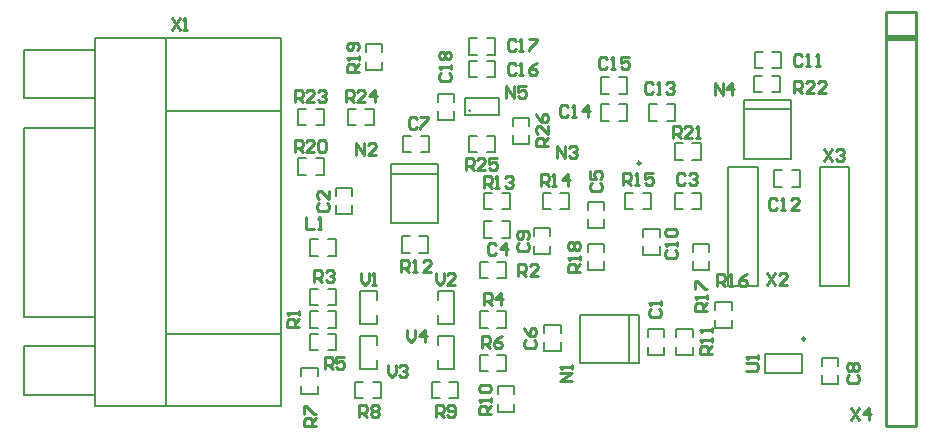
<source format=gbr>
G04 Layer_Color=65535*
%FSLAX43Y43*%
%MOMM*%
%TF.FileFunction,Legend,Top*%
%TF.Part,Single*%
G01*
G75*
%TA.AperFunction,NonConductor*%
%ADD40C,0.250*%
%ADD41C,0.200*%
%ADD42C,0.203*%
%ADD43C,0.254*%
D40*
X54530Y8019D02*
G03*
X54530Y8019I-125J0D01*
G01*
X40587Y22885D02*
G03*
X40587Y22885I-125J0D01*
G01*
D41*
X26207Y27339D02*
G03*
X26207Y27339I-79J0D01*
G01*
X42610Y8147D02*
Y8847D01*
X41210D02*
X42610D01*
X41210Y8147D02*
Y8847D01*
Y6647D02*
Y7347D01*
Y6647D02*
X42610D01*
Y7347D01*
X43623Y6647D02*
Y7347D01*
Y6647D02*
X45023D01*
Y7347D01*
Y8147D02*
Y8847D01*
X43623D02*
X45023D01*
X43623Y8147D02*
Y8847D01*
X51155Y5169D02*
Y6769D01*
X54255Y5169D02*
Y6769D01*
X51155Y5169D02*
X54255D01*
X51155Y6769D02*
X54255D01*
X57342Y5734D02*
Y6434D01*
X55942D02*
X57342D01*
X55942Y5734D02*
Y6434D01*
Y4234D02*
Y4934D01*
Y4234D02*
X57342D01*
Y4934D01*
X55773Y12466D02*
X58273D01*
Y22566D01*
X55773D02*
X58273D01*
X55773Y12466D02*
Y22566D01*
X44977Y23176D02*
X45677D01*
Y24576D01*
X44977D02*
X45677D01*
X43477D02*
X44177D01*
X43477Y23176D02*
Y24576D01*
Y23176D02*
X44177D01*
X43477Y20385D02*
X44177D01*
X43477Y18985D02*
Y20385D01*
Y18985D02*
X44177D01*
X44977D02*
X45677D01*
Y20385D01*
X44977D02*
X45677D01*
X20490Y25211D02*
X21190D01*
X20490Y23811D02*
Y25211D01*
Y23811D02*
X21190D01*
X21990D02*
X22690D01*
Y25211D01*
X21990D02*
X22690D01*
X28848Y18985D02*
X29548D01*
Y20385D01*
X28848D02*
X29548D01*
X27348D02*
X28048D01*
X27348Y18985D02*
Y20385D01*
Y18985D02*
X28048D01*
X18253Y11268D02*
Y12068D01*
X16853D02*
X18253D01*
X16853Y9268D02*
Y12068D01*
Y9268D02*
X18253D01*
Y10068D01*
X23403Y9268D02*
Y10068D01*
Y9268D02*
X24803D01*
Y12068D01*
X23403D02*
X24803D01*
X23403Y11268D02*
Y12068D01*
X28467Y8952D02*
X29167D01*
Y10352D01*
X28467D02*
X29167D01*
X26967D02*
X27667D01*
X26967Y8952D02*
Y10352D01*
Y8952D02*
X27667D01*
X13100Y21906D02*
X13800D01*
Y23306D01*
X13100D02*
X13800D01*
X11600D02*
X12300D01*
X11600Y21906D02*
Y23306D01*
Y21906D02*
X12300D01*
X17291Y26097D02*
X17991D01*
Y27497D01*
X17291D02*
X17991D01*
X15791D02*
X16491D01*
X15791Y26097D02*
Y27497D01*
Y26097D02*
X16491D01*
X11600Y27497D02*
X12300D01*
X11600Y26097D02*
Y27497D01*
Y26097D02*
X12300D01*
X13100D02*
X13800D01*
Y27497D01*
X13100D02*
X13800D01*
X26967Y14543D02*
X27667D01*
X26967Y13143D02*
Y14543D01*
Y13143D02*
X27667D01*
X28467D02*
X29167D01*
Y14543D01*
X28467D02*
X29167D01*
X21863Y15302D02*
X22563D01*
Y16702D01*
X21863D02*
X22563D01*
X20363D02*
X21063D01*
X20363Y15302D02*
Y16702D01*
Y15302D02*
X21063D01*
X14116Y8952D02*
X14816D01*
Y10352D01*
X14116D02*
X14816D01*
X12616D02*
X13316D01*
X12616Y8952D02*
Y10352D01*
Y8952D02*
X13316D01*
X29910Y3321D02*
Y4021D01*
X28510D02*
X29910D01*
X28510Y3321D02*
Y4021D01*
Y1821D02*
Y2521D01*
Y1821D02*
X29910D01*
Y2521D01*
X13273Y4845D02*
Y5545D01*
X11873D02*
X13273D01*
X11873Y4845D02*
Y5545D01*
Y3345D02*
Y4045D01*
Y3345D02*
X13273D01*
Y4045D01*
X24403Y2983D02*
X25103D01*
Y4383D01*
X24403D02*
X25103D01*
X22903D02*
X23603D01*
X22903Y2983D02*
Y4383D01*
Y2983D02*
X23603D01*
X16426Y4383D02*
X17126D01*
X16426Y2983D02*
Y4383D01*
Y2983D02*
X17126D01*
X17926D02*
X18626D01*
Y4383D01*
X17926D02*
X18626D01*
X28467Y5269D02*
X29167D01*
Y6669D01*
X28467D02*
X29167D01*
X26967D02*
X27667D01*
X26967Y5269D02*
Y6669D01*
Y5269D02*
X27667D01*
X14116Y10857D02*
X14816D01*
Y12257D01*
X14116D02*
X14816D01*
X12616D02*
X13316D01*
X12616Y10857D02*
Y12257D01*
Y10857D02*
X13316D01*
X14116Y7047D02*
X14816D01*
Y8447D01*
X14116D02*
X14816D01*
X12616D02*
X13316D01*
X12616Y7047D02*
Y8447D01*
Y7047D02*
X13316D01*
X23403Y5458D02*
Y6258D01*
Y5458D02*
X24803D01*
Y8258D01*
X23403D02*
X24803D01*
X23403Y7458D02*
Y8258D01*
X18253Y7458D02*
Y8258D01*
X16853D02*
X18253D01*
X16853Y5458D02*
Y8258D01*
Y5458D02*
X18253D01*
Y6258D01*
X18734Y32277D02*
Y32977D01*
X17334D02*
X18734D01*
X17334Y32277D02*
Y32977D01*
Y30777D02*
Y31477D01*
Y30777D02*
X18734D01*
Y31477D01*
X25741Y26964D02*
Y28414D01*
Y26964D02*
X28628D01*
Y28414D01*
X25741D02*
X28628D01*
X23430Y26586D02*
Y27286D01*
Y26586D02*
X24830D01*
Y27286D01*
Y28086D02*
Y28786D01*
X23430D02*
X24830D01*
X23430Y28086D02*
Y28786D01*
X26078Y33466D02*
X26778D01*
X26078Y32066D02*
Y33466D01*
Y32066D02*
X26778D01*
X27578D02*
X28278D01*
Y33466D01*
X27578D02*
X28278D01*
X27578Y30161D02*
X28278D01*
Y31561D01*
X27578D02*
X28278D01*
X26078D02*
X26778D01*
X26078Y30161D02*
Y31561D01*
Y30161D02*
X26778D01*
X29780Y24554D02*
Y25254D01*
Y24554D02*
X31180D01*
Y25254D01*
Y26054D02*
Y26754D01*
X29780D02*
X31180D01*
X29780Y26054D02*
Y26754D01*
X26078Y25211D02*
X26778D01*
X26078Y23811D02*
Y25211D01*
Y23811D02*
X26778D01*
X27578D02*
X28278D01*
Y25211D01*
X27578D02*
X28278D01*
X50251Y32323D02*
X50951D01*
X50251Y30923D02*
Y32323D01*
Y30923D02*
X50951D01*
X51751D02*
X52451D01*
Y32323D01*
X51751D02*
X52451D01*
X51708Y28891D02*
X52408D01*
Y30291D01*
X51708D02*
X52408D01*
X50208D02*
X50908D01*
X50208Y28891D02*
Y30291D01*
Y28891D02*
X50908D01*
X51901Y22279D02*
X52601D01*
X51901Y20879D02*
Y22279D01*
Y20879D02*
X52601D01*
X53401D02*
X54101D01*
Y22279D01*
X53401D02*
X54101D01*
X49308Y27456D02*
X53308D01*
X49308Y28256D02*
X53308D01*
X49308Y23256D02*
Y28256D01*
Y23256D02*
X53308D01*
Y28256D01*
X48026Y12466D02*
X50526D01*
Y22566D01*
X48026D02*
X50526D01*
X48026Y12466D02*
Y22566D01*
X37254Y30164D02*
X37954D01*
X37254Y28764D02*
Y30164D01*
Y28764D02*
X37954D01*
X38754D02*
X39454D01*
Y30164D01*
X38754D02*
X39454D01*
X37254Y27878D02*
X37954D01*
X37254Y26478D02*
Y27878D01*
Y26478D02*
X37954D01*
X38754D02*
X39454D01*
Y27878D01*
X38754D02*
X39454D01*
X33847Y8528D02*
Y9228D01*
X32447D02*
X33847D01*
X32447Y8528D02*
Y9228D01*
Y7028D02*
Y7728D01*
Y7028D02*
X33847D01*
Y7728D01*
X39648Y6001D02*
Y10001D01*
X40448Y6001D02*
Y10001D01*
X35448D02*
X40448D01*
X35448Y6001D02*
Y10001D01*
Y6001D02*
X40448D01*
X46420Y15386D02*
Y16086D01*
X45020D02*
X46420D01*
X45020Y15386D02*
Y16086D01*
Y13886D02*
Y14586D01*
Y13886D02*
X46420D01*
Y14586D01*
X37530Y18942D02*
Y19642D01*
X36130D02*
X37530D01*
X36130Y18942D02*
Y19642D01*
Y17442D02*
Y18142D01*
Y17442D02*
X37530D01*
Y18142D01*
X33801Y18985D02*
X34501D01*
Y20385D01*
X33801D02*
X34501D01*
X32301D02*
X33001D01*
X32301Y18985D02*
Y20385D01*
Y18985D02*
X33001D01*
X40786D02*
X41486D01*
Y20385D01*
X40786D02*
X41486D01*
X39286D02*
X39986D01*
X39286Y18985D02*
Y20385D01*
Y18985D02*
X39986D01*
X37530Y15386D02*
Y16086D01*
X36130D02*
X37530D01*
X36130Y15386D02*
Y16086D01*
Y13886D02*
Y14586D01*
Y13886D02*
X37530D01*
Y14586D01*
X40829Y15156D02*
Y15856D01*
Y15156D02*
X42229D01*
Y15856D01*
Y16656D02*
Y17356D01*
X40829D02*
X42229D01*
X40829Y16656D02*
Y17356D01*
X32958Y16699D02*
Y17399D01*
X31558D02*
X32958D01*
X31558Y16699D02*
Y17399D01*
Y15199D02*
Y15899D01*
Y15199D02*
X32958D01*
Y15899D01*
X28848Y16572D02*
X29548D01*
Y17972D01*
X28848D02*
X29548D01*
X27348D02*
X28048D01*
X27348Y16572D02*
Y17972D01*
Y16572D02*
X28048D01*
X19463Y21995D02*
X23463D01*
X19463Y22795D02*
X23463D01*
X19463Y17795D02*
Y22795D01*
Y17795D02*
X23463D01*
Y22795D01*
X16194Y20119D02*
Y20819D01*
X14794D02*
X16194D01*
X14794Y20119D02*
Y20819D01*
Y18619D02*
Y19319D01*
Y18619D02*
X16194D01*
Y19319D01*
X46925Y8933D02*
Y9633D01*
Y8933D02*
X48325D01*
Y9633D01*
Y10433D02*
Y11133D01*
X46925D02*
X48325D01*
X46925Y10433D02*
Y11133D01*
X12616Y16448D02*
X13316D01*
X12616Y15048D02*
Y16448D01*
Y15048D02*
X13316D01*
X14116D02*
X14816D01*
Y16448D01*
X14116D02*
X14816D01*
X42818Y26478D02*
X43518D01*
Y27878D01*
X42818D02*
X43518D01*
X41318D02*
X42018D01*
X41318Y26478D02*
Y27878D01*
Y26478D02*
X42018D01*
D42*
X418Y8447D02*
X10179D01*
X418Y27340D02*
X10179D01*
X418Y2336D02*
Y33451D01*
X-11647Y28371D02*
X-5615D01*
X-11647D02*
Y32499D01*
X-5615D01*
X-11647Y3289D02*
X-5615D01*
X-11647D02*
Y7416D01*
X-5615D01*
X-11647Y9877D02*
X-5615D01*
X-11647D02*
Y25910D01*
X-5615D01*
Y33451D02*
X10179D01*
X-5615Y2336D02*
Y33451D01*
Y2336D02*
X10179D01*
Y33451D01*
D43*
X61341Y35687D02*
X63881D01*
Y635D02*
Y35687D01*
X61341Y635D02*
Y35687D01*
Y635D02*
X63881D01*
X61341Y33655D02*
X63881D01*
X61341Y33401D02*
X63881D01*
X58420Y2143D02*
X59086Y1143D01*
Y2143D02*
X58420Y1143D01*
X59920D02*
Y2143D01*
X59420Y1643D01*
X60086D01*
X56134Y24114D02*
X56800Y23114D01*
Y24114D02*
X56134Y23114D01*
X57134Y23947D02*
X57300Y24114D01*
X57634D01*
X57800Y23947D01*
Y23780D01*
X57634Y23614D01*
X57467D01*
X57634D01*
X57800Y23447D01*
Y23281D01*
X57634Y23114D01*
X57300D01*
X57134Y23281D01*
X51308Y13573D02*
X51974Y12573D01*
Y13573D02*
X51308Y12573D01*
X52974D02*
X52308D01*
X52974Y13239D01*
Y13406D01*
X52808Y13573D01*
X52474D01*
X52308Y13406D01*
X889Y35163D02*
X1555Y34163D01*
Y35163D02*
X889Y34163D01*
X1889D02*
X2222D01*
X2055D01*
Y35163D01*
X1889Y34996D01*
X20828Y8747D02*
Y8080D01*
X21161Y7747D01*
X21494Y8080D01*
Y8747D01*
X22328Y7747D02*
Y8747D01*
X21828Y8247D01*
X22494D01*
X19177Y5826D02*
Y5159D01*
X19510Y4826D01*
X19843Y5159D01*
Y5826D01*
X20177Y5659D02*
X20343Y5826D01*
X20677D01*
X20843Y5659D01*
Y5492D01*
X20677Y5326D01*
X20510D01*
X20677D01*
X20843Y5159D01*
Y4993D01*
X20677Y4826D01*
X20343D01*
X20177Y4993D01*
X23241Y13573D02*
Y12906D01*
X23574Y12573D01*
X23907Y12906D01*
Y13573D01*
X24907Y12573D02*
X24241D01*
X24907Y13239D01*
Y13406D01*
X24741Y13573D01*
X24407D01*
X24241Y13406D01*
X16891Y13573D02*
Y12906D01*
X17224Y12573D01*
X17557Y12906D01*
Y13573D01*
X17891Y12573D02*
X18224D01*
X18057D01*
Y13573D01*
X17891Y13406D01*
X49546Y5334D02*
X50379D01*
X50546Y5501D01*
Y5834D01*
X50379Y6000D01*
X49546D01*
X50546Y6334D02*
Y6667D01*
Y6500D01*
X49546D01*
X49713Y6334D01*
X32766Y24384D02*
X31766D01*
Y24884D01*
X31933Y25050D01*
X32266D01*
X32433Y24884D01*
Y24384D01*
Y24717D02*
X32766Y25050D01*
Y26050D02*
Y25384D01*
X32100Y26050D01*
X31933D01*
X31766Y25884D01*
Y25550D01*
X31933Y25384D01*
X31766Y27050D02*
X31933Y26717D01*
X32266Y26383D01*
X32599D01*
X32766Y26550D01*
Y26883D01*
X32599Y27050D01*
X32433D01*
X32266Y26883D01*
Y26383D01*
X25781Y22352D02*
Y23352D01*
X26281D01*
X26447Y23185D01*
Y22852D01*
X26281Y22685D01*
X25781D01*
X26114D02*
X26447Y22352D01*
X27447D02*
X26781D01*
X27447Y23018D01*
Y23185D01*
X27281Y23352D01*
X26947D01*
X26781Y23185D01*
X28447Y23352D02*
X27780D01*
Y22852D01*
X28114Y23018D01*
X28280D01*
X28447Y22852D01*
Y22519D01*
X28280Y22352D01*
X27947D01*
X27780Y22519D01*
X15621Y28067D02*
Y29067D01*
X16121D01*
X16287Y28900D01*
Y28567D01*
X16121Y28400D01*
X15621D01*
X15954D02*
X16287Y28067D01*
X17287D02*
X16621D01*
X17287Y28733D01*
Y28900D01*
X17121Y29067D01*
X16787D01*
X16621Y28900D01*
X18120Y28067D02*
Y29067D01*
X17620Y28567D01*
X18287D01*
X11303Y28067D02*
Y29067D01*
X11803D01*
X11969Y28900D01*
Y28567D01*
X11803Y28400D01*
X11303D01*
X11636D02*
X11969Y28067D01*
X12969D02*
X12303D01*
X12969Y28733D01*
Y28900D01*
X12803Y29067D01*
X12469D01*
X12303Y28900D01*
X13302D02*
X13469Y29067D01*
X13802D01*
X13969Y28900D01*
Y28733D01*
X13802Y28567D01*
X13636D01*
X13802D01*
X13969Y28400D01*
Y28234D01*
X13802Y28067D01*
X13469D01*
X13302Y28234D01*
X53594Y28829D02*
Y29829D01*
X54094D01*
X54260Y29662D01*
Y29329D01*
X54094Y29162D01*
X53594D01*
X53927D02*
X54260Y28829D01*
X55260D02*
X54594D01*
X55260Y29495D01*
Y29662D01*
X55094Y29829D01*
X54760D01*
X54594Y29662D01*
X56260Y28829D02*
X55593D01*
X56260Y29495D01*
Y29662D01*
X56093Y29829D01*
X55760D01*
X55593Y29662D01*
X43307Y25019D02*
Y26019D01*
X43807D01*
X43973Y25852D01*
Y25519D01*
X43807Y25352D01*
X43307D01*
X43640D02*
X43973Y25019D01*
X44973D02*
X44307D01*
X44973Y25685D01*
Y25852D01*
X44807Y26019D01*
X44473D01*
X44307Y25852D01*
X45306Y25019D02*
X45640D01*
X45473D01*
Y26019D01*
X45306Y25852D01*
X11303Y23876D02*
Y24876D01*
X11803D01*
X11969Y24709D01*
Y24376D01*
X11803Y24209D01*
X11303D01*
X11636D02*
X11969Y23876D01*
X12969D02*
X12303D01*
X12969Y24542D01*
Y24709D01*
X12803Y24876D01*
X12469D01*
X12303Y24709D01*
X13302D02*
X13469Y24876D01*
X13802D01*
X13969Y24709D01*
Y24043D01*
X13802Y23876D01*
X13469D01*
X13302Y24043D01*
Y24709D01*
X16764Y30607D02*
X15764D01*
Y31107D01*
X15931Y31273D01*
X16264D01*
X16431Y31107D01*
Y30607D01*
Y30940D02*
X16764Y31273D01*
Y31607D02*
Y31940D01*
Y31773D01*
X15764D01*
X15931Y31607D01*
X16597Y32440D02*
X16764Y32606D01*
Y32940D01*
X16597Y33106D01*
X15931D01*
X15764Y32940D01*
Y32606D01*
X15931Y32440D01*
X16098D01*
X16264Y32606D01*
Y33106D01*
X35433Y13716D02*
X34433D01*
Y14216D01*
X34600Y14382D01*
X34933D01*
X35100Y14216D01*
Y13716D01*
Y14049D02*
X35433Y14382D01*
Y14716D02*
Y15049D01*
Y14882D01*
X34433D01*
X34600Y14716D01*
Y15549D02*
X34433Y15715D01*
Y16049D01*
X34600Y16215D01*
X34767D01*
X34933Y16049D01*
X35100Y16215D01*
X35266D01*
X35433Y16049D01*
Y15715D01*
X35266Y15549D01*
X35100D01*
X34933Y15715D01*
X34767Y15549D01*
X34600D01*
X34933Y15715D02*
Y16049D01*
X46228Y10414D02*
X45228D01*
Y10914D01*
X45395Y11080D01*
X45728D01*
X45895Y10914D01*
Y10414D01*
Y10747D02*
X46228Y11080D01*
Y11414D02*
Y11747D01*
Y11580D01*
X45228D01*
X45395Y11414D01*
X45228Y12247D02*
Y12913D01*
X45395D01*
X46061Y12247D01*
X46228D01*
X47066Y12522D02*
Y13522D01*
X47566D01*
X47733Y13355D01*
Y13022D01*
X47566Y12855D01*
X47066D01*
X47399D02*
X47733Y12522D01*
X48066D02*
X48399D01*
X48232D01*
Y13522D01*
X48066Y13355D01*
X49565Y13522D02*
X49232Y13355D01*
X48899Y13022D01*
Y12689D01*
X49066Y12522D01*
X49399D01*
X49565Y12689D01*
Y12855D01*
X49399Y13022D01*
X48899D01*
X39116Y21082D02*
Y22082D01*
X39616D01*
X39782Y21915D01*
Y21582D01*
X39616Y21415D01*
X39116D01*
X39449D02*
X39782Y21082D01*
X40116D02*
X40449D01*
X40282D01*
Y22082D01*
X40116Y21915D01*
X41615Y22082D02*
X40949D01*
Y21582D01*
X41282Y21748D01*
X41449D01*
X41615Y21582D01*
Y21249D01*
X41449Y21082D01*
X41115D01*
X40949Y21249D01*
X32131Y20955D02*
Y21955D01*
X32631D01*
X32797Y21788D01*
Y21455D01*
X32631Y21288D01*
X32131D01*
X32464D02*
X32797Y20955D01*
X33131D02*
X33464D01*
X33297D01*
Y21955D01*
X33131Y21788D01*
X34464Y20955D02*
Y21955D01*
X33964Y21455D01*
X34630D01*
X27305Y20828D02*
Y21828D01*
X27805D01*
X27971Y21661D01*
Y21328D01*
X27805Y21161D01*
X27305D01*
X27638D02*
X27971Y20828D01*
X28305D02*
X28638D01*
X28471D01*
Y21828D01*
X28305Y21661D01*
X29138D02*
X29304Y21828D01*
X29638D01*
X29804Y21661D01*
Y21494D01*
X29638Y21328D01*
X29471D01*
X29638D01*
X29804Y21161D01*
Y20995D01*
X29638Y20828D01*
X29304D01*
X29138Y20995D01*
X20320Y13716D02*
Y14716D01*
X20820D01*
X20986Y14549D01*
Y14216D01*
X20820Y14049D01*
X20320D01*
X20653D02*
X20986Y13716D01*
X21320D02*
X21653D01*
X21486D01*
Y14716D01*
X21320Y14549D01*
X22819Y13716D02*
X22153D01*
X22819Y14382D01*
Y14549D01*
X22653Y14716D01*
X22319D01*
X22153Y14549D01*
X46609Y6731D02*
X45609D01*
Y7231D01*
X45776Y7397D01*
X46109D01*
X46276Y7231D01*
Y6731D01*
Y7064D02*
X46609Y7397D01*
Y7731D02*
Y8064D01*
Y7897D01*
X45609D01*
X45776Y7731D01*
X46609Y8564D02*
Y8897D01*
Y8730D01*
X45609D01*
X45776Y8564D01*
X27940Y1651D02*
X26940D01*
Y2151D01*
X27107Y2317D01*
X27440D01*
X27607Y2151D01*
Y1651D01*
Y1984D02*
X27940Y2317D01*
Y2651D02*
Y2984D01*
Y2817D01*
X26940D01*
X27107Y2651D01*
Y3484D02*
X26940Y3650D01*
Y3984D01*
X27107Y4150D01*
X27773D01*
X27940Y3984D01*
Y3650D01*
X27773Y3484D01*
X27107D01*
X23241Y1397D02*
Y2397D01*
X23741D01*
X23907Y2230D01*
Y1897D01*
X23741Y1730D01*
X23241D01*
X23574D02*
X23907Y1397D01*
X24241Y1564D02*
X24407Y1397D01*
X24741D01*
X24907Y1564D01*
Y2230D01*
X24741Y2397D01*
X24407D01*
X24241Y2230D01*
Y2063D01*
X24407Y1897D01*
X24907D01*
X16764Y1397D02*
Y2397D01*
X17264D01*
X17430Y2230D01*
Y1897D01*
X17264Y1730D01*
X16764D01*
X17097D02*
X17430Y1397D01*
X17764Y2230D02*
X17930Y2397D01*
X18264D01*
X18430Y2230D01*
Y2063D01*
X18264Y1897D01*
X18430Y1730D01*
Y1564D01*
X18264Y1397D01*
X17930D01*
X17764Y1564D01*
Y1730D01*
X17930Y1897D01*
X17764Y2063D01*
Y2230D01*
X17930Y1897D02*
X18264D01*
X13081Y635D02*
X12081D01*
Y1135D01*
X12248Y1301D01*
X12581D01*
X12748Y1135D01*
Y635D01*
Y968D02*
X13081Y1301D01*
X12081Y1635D02*
Y2301D01*
X12248D01*
X12914Y1635D01*
X13081D01*
X27178Y7239D02*
Y8239D01*
X27678D01*
X27844Y8072D01*
Y7739D01*
X27678Y7572D01*
X27178D01*
X27511D02*
X27844Y7239D01*
X28844Y8239D02*
X28511Y8072D01*
X28178Y7739D01*
Y7406D01*
X28344Y7239D01*
X28678D01*
X28844Y7406D01*
Y7572D01*
X28678Y7739D01*
X28178D01*
X13843Y5461D02*
Y6461D01*
X14343D01*
X14509Y6294D01*
Y5961D01*
X14343Y5794D01*
X13843D01*
X14176D02*
X14509Y5461D01*
X15509Y6461D02*
X14843D01*
Y5961D01*
X15176Y6127D01*
X15343D01*
X15509Y5961D01*
Y5628D01*
X15343Y5461D01*
X15009D01*
X14843Y5628D01*
X27305Y10922D02*
Y11922D01*
X27805D01*
X27971Y11755D01*
Y11422D01*
X27805Y11255D01*
X27305D01*
X27638D02*
X27971Y10922D01*
X28805D02*
Y11922D01*
X28305Y11422D01*
X28971D01*
X12954Y12827D02*
Y13827D01*
X13454D01*
X13620Y13660D01*
Y13327D01*
X13454Y13160D01*
X12954D01*
X13287D02*
X13620Y12827D01*
X13954Y13660D02*
X14120Y13827D01*
X14454D01*
X14620Y13660D01*
Y13493D01*
X14454Y13327D01*
X14287D01*
X14454D01*
X14620Y13160D01*
Y12994D01*
X14454Y12827D01*
X14120D01*
X13954Y12994D01*
X30226Y13335D02*
Y14335D01*
X30726D01*
X30892Y14168D01*
Y13835D01*
X30726Y13668D01*
X30226D01*
X30559D02*
X30892Y13335D01*
X31892D02*
X31226D01*
X31892Y14001D01*
Y14168D01*
X31726Y14335D01*
X31392D01*
X31226Y14168D01*
X11684Y9017D02*
X10684D01*
Y9517D01*
X10851Y9683D01*
X11184D01*
X11351Y9517D01*
Y9017D01*
Y9350D02*
X11684Y9683D01*
Y10017D02*
Y10350D01*
Y10183D01*
X10684D01*
X10851Y10017D01*
X29210Y28448D02*
Y29448D01*
X29876Y28448D01*
Y29448D01*
X30876D02*
X30210D01*
Y28948D01*
X30543Y29114D01*
X30710D01*
X30876Y28948D01*
Y28615D01*
X30710Y28448D01*
X30376D01*
X30210Y28615D01*
X46863Y28702D02*
Y29702D01*
X47529Y28702D01*
Y29702D01*
X48363Y28702D02*
Y29702D01*
X47863Y29202D01*
X48529D01*
X33528Y23368D02*
Y24368D01*
X34194Y23368D01*
Y24368D01*
X34528Y24201D02*
X34694Y24368D01*
X35028D01*
X35194Y24201D01*
Y24034D01*
X35028Y23868D01*
X34861D01*
X35028D01*
X35194Y23701D01*
Y23535D01*
X35028Y23368D01*
X34694D01*
X34528Y23535D01*
X16510Y23622D02*
Y24622D01*
X17176Y23622D01*
Y24622D01*
X18176Y23622D02*
X17510D01*
X18176Y24288D01*
Y24455D01*
X18010Y24622D01*
X17676D01*
X17510Y24455D01*
X34798Y4445D02*
X33798D01*
X34798Y5111D01*
X33798D01*
X34798Y5445D02*
Y5778D01*
Y5611D01*
X33798D01*
X33965Y5445D01*
X12243Y18322D02*
Y17323D01*
X12909D01*
X13242D02*
X13576D01*
X13409D01*
Y18322D01*
X13242Y18156D01*
X23678Y30511D02*
X23511Y30345D01*
Y30012D01*
X23678Y29845D01*
X24344D01*
X24511Y30012D01*
Y30345D01*
X24344Y30511D01*
X24511Y30845D02*
Y31178D01*
Y31011D01*
X23511D01*
X23678Y30845D01*
Y31678D02*
X23511Y31844D01*
Y32178D01*
X23678Y32344D01*
X23845D01*
X24011Y32178D01*
X24178Y32344D01*
X24344D01*
X24511Y32178D01*
Y31844D01*
X24344Y31678D01*
X24178D01*
X24011Y31844D01*
X23845Y31678D01*
X23678D01*
X24011Y31844D02*
Y32178D01*
X30003Y33218D02*
X29837Y33385D01*
X29504D01*
X29337Y33218D01*
Y32552D01*
X29504Y32385D01*
X29837D01*
X30003Y32552D01*
X30337Y32385D02*
X30670D01*
X30503D01*
Y33385D01*
X30337Y33218D01*
X31170Y33385D02*
X31836D01*
Y33218D01*
X31170Y32552D01*
Y32385D01*
X30003Y31186D02*
X29837Y31353D01*
X29504D01*
X29337Y31186D01*
Y30520D01*
X29504Y30353D01*
X29837D01*
X30003Y30520D01*
X30337Y30353D02*
X30670D01*
X30503D01*
Y31353D01*
X30337Y31186D01*
X31836Y31353D02*
X31503Y31186D01*
X31170Y30853D01*
Y30520D01*
X31336Y30353D01*
X31670D01*
X31836Y30520D01*
Y30686D01*
X31670Y30853D01*
X31170D01*
X37750Y31694D02*
X37584Y31861D01*
X37251D01*
X37084Y31694D01*
Y31028D01*
X37251Y30861D01*
X37584D01*
X37750Y31028D01*
X38084Y30861D02*
X38417D01*
X38250D01*
Y31861D01*
X38084Y31694D01*
X39583Y31861D02*
X38917D01*
Y31361D01*
X39250Y31527D01*
X39417D01*
X39583Y31361D01*
Y31028D01*
X39417Y30861D01*
X39083D01*
X38917Y31028D01*
X34448Y27630D02*
X34282Y27797D01*
X33949D01*
X33782Y27630D01*
Y26964D01*
X33949Y26797D01*
X34282D01*
X34448Y26964D01*
X34782Y26797D02*
X35115D01*
X34948D01*
Y27797D01*
X34782Y27630D01*
X36115Y26797D02*
Y27797D01*
X35615Y27297D01*
X36281D01*
X41611Y29586D02*
X41445Y29752D01*
X41111D01*
X40945Y29586D01*
Y28919D01*
X41111Y28753D01*
X41445D01*
X41611Y28919D01*
X41944Y28753D02*
X42278D01*
X42111D01*
Y29752D01*
X41944Y29586D01*
X42778D02*
X42944Y29752D01*
X43277D01*
X43444Y29586D01*
Y29419D01*
X43277Y29253D01*
X43111D01*
X43277D01*
X43444Y29086D01*
Y28919D01*
X43277Y28753D01*
X42944D01*
X42778Y28919D01*
X52143Y19745D02*
X51977Y19911D01*
X51643D01*
X51477Y19745D01*
Y19078D01*
X51643Y18912D01*
X51977D01*
X52143Y19078D01*
X52477Y18912D02*
X52810D01*
X52643D01*
Y19911D01*
X52477Y19745D01*
X53976Y18912D02*
X53310D01*
X53976Y19578D01*
Y19745D01*
X53809Y19911D01*
X53476D01*
X53310Y19745D01*
X54260Y31948D02*
X54094Y32115D01*
X53761D01*
X53594Y31948D01*
Y31282D01*
X53761Y31115D01*
X54094D01*
X54260Y31282D01*
X54594Y31115D02*
X54927D01*
X54760D01*
Y32115D01*
X54594Y31948D01*
X55427Y31115D02*
X55760D01*
X55593D01*
Y32115D01*
X55427Y31948D01*
X42855Y15525D02*
X42688Y15359D01*
Y15026D01*
X42855Y14859D01*
X43521D01*
X43688Y15026D01*
Y15359D01*
X43521Y15525D01*
X43688Y15859D02*
Y16192D01*
Y16025D01*
X42688D01*
X42855Y15859D01*
Y16692D02*
X42688Y16858D01*
Y17192D01*
X42855Y17358D01*
X43521D01*
X43688Y17192D01*
Y16858D01*
X43521Y16692D01*
X42855D01*
X30282Y16160D02*
X30115Y15994D01*
Y15661D01*
X30282Y15494D01*
X30948D01*
X31115Y15661D01*
Y15994D01*
X30948Y16160D01*
Y16494D02*
X31115Y16660D01*
Y16994D01*
X30948Y17160D01*
X30282D01*
X30115Y16994D01*
Y16660D01*
X30282Y16494D01*
X30449D01*
X30615Y16660D01*
Y17160D01*
X58222Y4984D02*
X58055Y4818D01*
Y4485D01*
X58222Y4318D01*
X58888D01*
X59055Y4485D01*
Y4818D01*
X58888Y4984D01*
X58222Y5318D02*
X58055Y5484D01*
Y5818D01*
X58222Y5984D01*
X58389D01*
X58555Y5818D01*
X58722Y5984D01*
X58888D01*
X59055Y5818D01*
Y5484D01*
X58888Y5318D01*
X58722D01*
X58555Y5484D01*
X58389Y5318D01*
X58222D01*
X58555Y5484D02*
Y5818D01*
X21621Y26614D02*
X21455Y26781D01*
X21122D01*
X20955Y26614D01*
Y25948D01*
X21122Y25781D01*
X21455D01*
X21621Y25948D01*
X21955Y26781D02*
X22621D01*
Y26614D01*
X21955Y25948D01*
Y25781D01*
X30917Y7905D02*
X30750Y7739D01*
Y7406D01*
X30917Y7239D01*
X31583D01*
X31750Y7406D01*
Y7739D01*
X31583Y7905D01*
X30750Y8905D02*
X30917Y8572D01*
X31250Y8239D01*
X31583D01*
X31750Y8405D01*
Y8739D01*
X31583Y8905D01*
X31417D01*
X31250Y8739D01*
Y8239D01*
X36505Y21240D02*
X36338Y21074D01*
Y20741D01*
X36505Y20574D01*
X37171D01*
X37338Y20741D01*
Y21074D01*
X37171Y21240D01*
X36338Y22240D02*
Y21574D01*
X36838D01*
X36672Y21907D01*
Y22074D01*
X36838Y22240D01*
X37171D01*
X37338Y22074D01*
Y21740D01*
X37171Y21574D01*
X28352Y15946D02*
X28186Y16113D01*
X27853D01*
X27686Y15946D01*
Y15280D01*
X27853Y15113D01*
X28186D01*
X28352Y15280D01*
X29186Y15113D02*
Y16113D01*
X28686Y15613D01*
X29352D01*
X44354Y21915D02*
X44188Y22082D01*
X43855D01*
X43688Y21915D01*
Y21249D01*
X43855Y21082D01*
X44188D01*
X44354Y21249D01*
X44688Y21915D02*
X44854Y22082D01*
X45188D01*
X45354Y21915D01*
Y21748D01*
X45188Y21582D01*
X45021D01*
X45188D01*
X45354Y21415D01*
Y21249D01*
X45188Y21082D01*
X44854D01*
X44688Y21249D01*
X13391Y19497D02*
X13224Y19330D01*
Y18997D01*
X13391Y18830D01*
X14057D01*
X14224Y18997D01*
Y19330D01*
X14057Y19497D01*
X14224Y20496D02*
Y19830D01*
X13558Y20496D01*
X13391D01*
X13224Y20330D01*
Y19996D01*
X13391Y19830D01*
X41458Y10572D02*
X41291Y10406D01*
Y10073D01*
X41458Y9906D01*
X42124D01*
X42291Y10073D01*
Y10406D01*
X42124Y10572D01*
X42291Y10906D02*
Y11239D01*
Y11072D01*
X41291D01*
X41458Y10906D01*
%TF.MD5,3d70c57e2797159d365d893fe4b6ae2b*%
M02*

</source>
